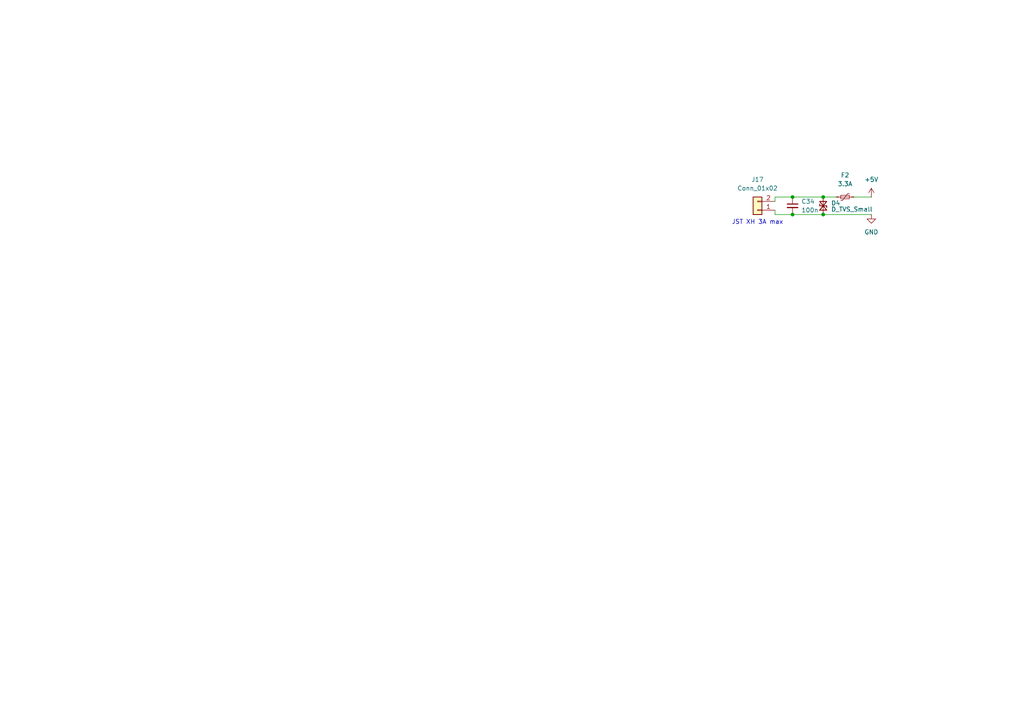
<source format=kicad_sch>
(kicad_sch (version 20250114) (generator "eeschema") (generator_version "9.0")
  (paper "A4")
  (lib_symbols
    (symbol "Connector_Generic:Conn_01x02" (pin_names (offset 1.016) (hide yes))
      (property "Reference" "J" (at 0 2.54 0))
      (property "Value" "Conn_01x02" (at 0 -5.08 0))
      (symbol "Conn_01x02_1_1"
        (rectangle (start -1.27 1.27) (end 1.27 -3.81) (stroke (width 0.254)) (fill (type background)))
        (rectangle (start -1.27 0.127) (end 0 -0.127) (stroke (width 0.1524)))
        (rectangle (start -1.27 -2.413) (end 0 -2.667) (stroke (width 0.1524)))
        (pin passive line (at -5.08 0 0) (length 3.81) (name "Pin_1") (number "1"))
        (pin passive line (at -5.08 -2.54 0) (length 3.81) (name "Pin_2") (number "2"))
      )
    )
    (symbol "Device:C_Small" (pin_numbers (hide yes)) (pin_names (offset 0.254) (hide yes))
      (property "Reference" "C" (at 0.254 1.778 0))
      (property "Value" "C_Small" (at 0.254 -2.032 0))
      (symbol "C_Small_0_1"
        (polyline (pts (xy -1.524 0.508) (xy 1.524 0.508)) (stroke (width 0.3048)))
        (polyline (pts (xy -1.524 -0.508) (xy 1.524 -0.508)) (stroke (width 0.3302)))
      )
      (symbol "C_Small_1_1"
        (pin passive line (at 0 2.54 270) (length 2.032) (name "~") (number "1"))
        (pin passive line (at 0 -2.54 90) (length 2.032) (name "~") (number "2"))
      )
    )
    (symbol "Device:D_TVS_Small" (pin_numbers (hide yes)) (pin_names (offset 1.016) (hide yes))
      (property "Reference" "D" (at 0 2.54 0))
      (property "Value" "D_TVS_Small" (at 0 -2.54 0))
      (symbol "D_TVS_Small_0_1"
        (polyline (pts (xy -1.27 1.016) (xy -1.27 -1.016) (xy 1.27 1.016) (xy 1.27 -1.016) (xy -1.27 1.016)) (stroke (width 0.254)))
        (polyline (pts (xy -1.27 0) (xy 1.27 0)))
        (polyline (pts (xy 0.508 1.016) (xy 0 1.016) (xy 0 -1.016) (xy -0.508 -1.016)) (stroke (width 0.254)))
      )
      (symbol "D_TVS_Small_1_1"
        (pin passive line (at -2.54 0 0) (length 1.27) (name "A1") (number "1"))
        (pin passive line (at 2.54 0 180) (length 1.27) (name "A2") (number "2"))
      )
    )
    (symbol "Device:Polyfuse_Small" (pin_numbers (hide yes)) (pin_names (offset 0))
      (property "Reference" "F" (at -1.905 0 90))
      (property "Value" "Polyfuse_Small" (at 1.905 0 90))
      (symbol "Polyfuse_Small_0_1"
        (polyline (pts (xy -1.016 1.27) (xy -1.016 0.762) (xy 1.016 -0.762) (xy 1.016 -1.27)))
        (rectangle (start -0.508 1.27) (end 0.508 -1.27))
        (polyline (pts (xy 0 2.54) (xy 0 -2.54)))
      )
      (symbol "Polyfuse_Small_1_1"
        (pin passive line (at 0 2.54 270) (length 0.635) (name "~") (number "1"))
        (pin passive line (at 0 -2.54 90) (length 0.635) (name "~") (number "2"))
      )
    )
    (symbol "power:+5V" (power) (pin_numbers (hide yes)) (pin_names (offset 0) (hide yes))
      (property "Value" "+5V" (at 0 3.556 0))
      (symbol "+5V_0_1"
        (polyline (pts (xy -0.762 1.27) (xy 0 2.54)))
        (polyline (pts (xy 0 2.54) (xy 0.762 1.27)))
        (polyline (pts (xy 0 0) (xy 0 2.54)))
      )
      (symbol "+5V_1_1"
        (pin power_in line (at 0 0 90) (length 0) (name "~") (number "1"))
      )
    )
    (symbol "power:GND" (power) (pin_numbers (hide yes)) (pin_names (offset 0) (hide yes))
      (property "Value" "GND" (at 0 -3.81 0))
      (symbol "GND_0_1"
        (polyline (pts (xy 0 0) (xy 0 -1.27) (xy 1.27 -1.27) (xy 0 -2.54) (xy -1.27 -1.27) (xy 0 -1.27)))
      )
      (symbol "GND_1_1"
        (pin power_in line (at 0 0 270) (length 0) (name "~") (number "1"))
      )
    )
  )
  (text "JST XH 3A max" (at 219.71 64.516 0) (effects (font (size 1.27 1.27))))
  (junction (at 238.76 57.15))
  (junction (at 229.87 57.15))
  (junction (at 238.76 62.23))
  (junction (at 229.87 62.23))
  (wire (pts (xy 247.65 57.15) (xy 252.73 57.15)))
  (wire (pts (xy 229.87 62.23) (xy 238.76 62.23)))
  (wire (pts (xy 238.76 57.15) (xy 242.57 57.15)))
  (wire (pts (xy 229.87 57.15) (xy 224.79 57.15)))
  (wire (pts (xy 224.79 60.96) (xy 224.79 62.23)))
  (wire (pts (xy 238.76 62.23) (xy 252.73 62.23)))
  (wire (pts (xy 224.79 62.23) (xy 229.87 62.23)))
  (wire (pts (xy 224.79 57.15) (xy 224.79 58.42)))
  (wire (pts (xy 229.87 57.15) (xy 238.76 57.15)))
  (symbol (lib_id "power:GND") (at 252.73 62.23 0) (unit 1)
    (property "Reference" "#PWR068" (effects (hide yes)))
    (property "Value" "GND" (at 252.73 67.31 0))
    (property "Description" "Power symbol creates a global label with name \"GND\" , ground" (effects (hide yes)))
  )
  (symbol (lib_id "Device:C_Small") (at 229.87 59.69 0) (unit 1)
    (property "Reference" "C34" (at 232.41 58.4262 0) (effects (justify left)))
    (property "Value" "100n" (at 232.41 60.96 0) (effects (justify left)))
    (property "Footprint" "Capacitor_SMD:C_0402_1005Metric" (effects (hide yes)))
    (property "Description" "Unpolarized capacitor, small symbol" (effects (hide yes)))
  )
  (symbol (lib_id "Connector_Generic:Conn_01x02") (at 219.71 60.96 180) (unit 1)
    (property "Reference" "J17" (at 219.71 52.07 0))
    (property "Value" "Conn_01x02" (at 219.71 54.61 0))
    (property "Footprint" "Connector_JST:JST_XH_B2B-XH-A_1x02_P2.50mm_Vertical" (effects (hide yes)))
    (property "Description" "Generic connector, single row, 01x02, script generated (kicad-library-utils/schlib/autogen/connector/)" (effects (hide yes)))
  )
  (symbol (lib_id "Device:Polyfuse_Small") (at 245.11 57.15 90) (unit 1)
    (property "Reference" "F2" (at 245.11 50.8 90))
    (property "Value" "3.3A" (at 245.11 53.34 90))
    (property "Footprint" "Fuse:Fuse_2920_7451Metric" (effects (hide yes)))
    (property "Description" "Resettable fuse, polymeric positive temperature coefficient, small symbol" (effects (hide yes)))
  )
  (symbol (lib_id "Device:D_TVS_Small") (at 238.76 59.69 90) (unit 1)
    (property "Reference" "D4" (at 241.046 58.928 90) (effects (justify right)))
    (property "Value" "D_TVS_Small" (at 241.046 60.706 90) (effects (justify right)))
    (property "Footprint" "Diode_SMD:D_SOD-523" (effects (hide yes)))
    (property "Description" "Bidirectional transient-voltage-suppression diode, small symbol" (effects (hide yes)))
  )
  (symbol (lib_id "power:+5V") (at 252.73 57.15 0) (unit 1)
    (property "Reference" "#PWR069" (effects (hide yes)))
    (property "Value" "+5V" (at 252.73 52.07 0))
    (property "Description" "Power symbol creates a global label with name \"+5V\"" (effects (hide yes)))
  )
)
</source>
